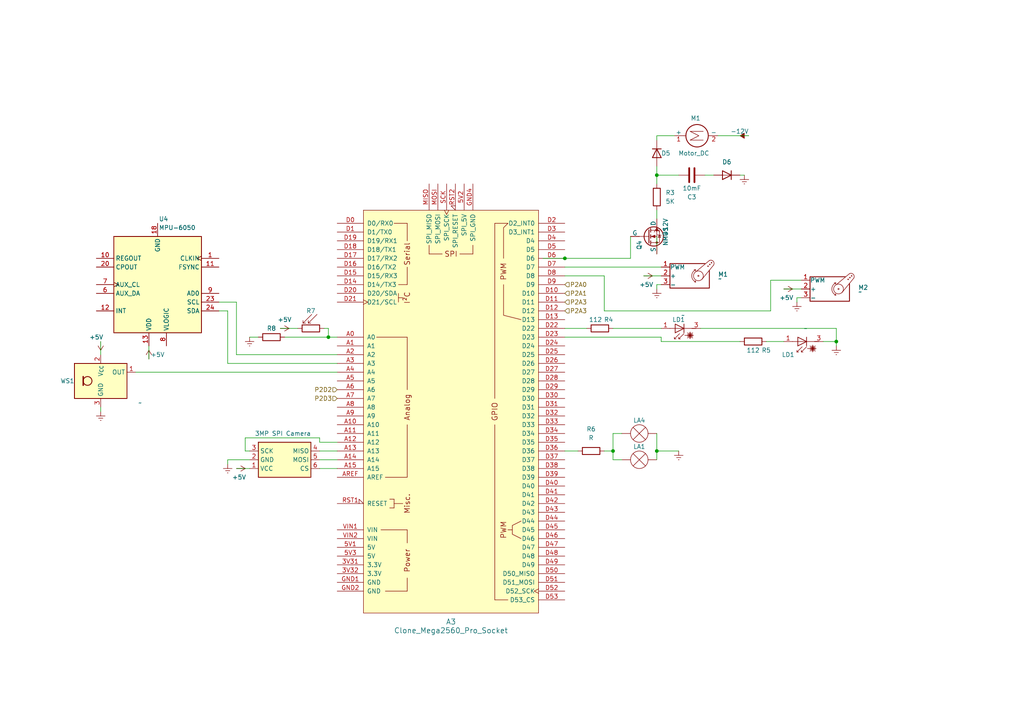
<source format=kicad_sch>
(kicad_sch (version 20230121) (generator eeschema)
  (paper "A4")
  (lib_symbols
    (symbol "Device:C" (pin_numbers hide) (pin_names (offset 0.254))
      (property "Reference" "C" (at 0.635 2.54 0))
      (property "Value" "C" (at 0.635 -2.54 0))
      (symbol "C_0_1"
        (polyline (pts (xy -2.032 -0.762) (xy 2.032 -0.762)) (stroke (width 0.508)))
        (polyline (pts (xy -2.032 0.762) (xy 2.032 0.762)) (stroke (width 0.508)))
      )
      (symbol "C_1_1"
        (pin passive line (at 0 3.81 270) (length 2.794) (name "~") (number "1"))
        (pin passive line (at 0 -3.81 90) (length 2.794) (name "~") (number "2"))
      )
    )
    (symbol "Device:D" (pin_numbers hide) (pin_names (offset 1.016) hide)
      (property "Reference" "D" (at 0 2.54 0))
      (property "Value" "D" (at 0 -2.54 0))
      (symbol "D_0_1"
        (polyline (pts (xy -1.27 1.27) (xy -1.27 -1.27)) (stroke (width 0.254)))
        (polyline (pts (xy 1.27 0) (xy -1.27 0)))
        (polyline (pts (xy 1.27 1.27) (xy 1.27 -1.27) (xy -1.27 0) (xy 1.27 1.27)) (stroke (width 0.254)))
      )
      (symbol "D_1_1"
        (pin passive line (at -3.81 0 0) (length 2.54) (name "K") (number "1"))
        (pin passive line (at 3.81 0 180) (length 2.54) (name "A") (number "2"))
      )
    )
    (symbol "Device:D_Laser_1A3C" (pin_names (offset 1.016) hide)
      (property "Reference" "LD1" (at -1.27 -6.35 0))
      (property "Value" "D_Laser_1A3C" (at -1.27 -3.81 0))
      (symbol "D_Laser_1A3C_0_1"
        (polyline (pts (xy -4.064 1.27) (xy -2.54 2.794)))
        (polyline (pts (xy -4.064 1.778) (xy -2.54 2.286)))
        (polyline (pts (xy -4.064 2.286) (xy -2.54 1.778)))
        (polyline (pts (xy -4.064 2.794) (xy -2.54 1.27)))
        (polyline (pts (xy -3.556 2.794) (xy -3.048 1.27)))
        (polyline (pts (xy -3.302 2.032) (xy -3.302 1.016)))
        (polyline (pts (xy -3.302 2.032) (xy -3.302 3.048)))
        (polyline (pts (xy -3.048 2.794) (xy -3.556 1.27)))
        (polyline (pts (xy -1.778 2.032) (xy -4.318 2.032)))
        (polyline (pts (xy -1.524 1.27) (xy -1.524 -1.27)) (stroke (width 0.2032)))
        (polyline (pts (xy 1.27 3.048) (xy 0.762 3.048)))
        (polyline (pts (xy 2.54 0) (xy -5.08 0)))
        (polyline (pts (xy -0.254 1.524) (xy 1.27 3.048) (xy 1.27 2.54)))
        (polyline (pts (xy 1.016 1.27) (xy 1.016 -1.27) (xy -1.524 0) (xy 1.016 1.27)) (stroke (width 0.2032)))
        (polyline (pts (xy -1.524 1.524) (xy 0 3.048) (xy 0 2.54) (xy 0 3.048) (xy -0.508 3.048)))
      )
      (symbol "D_Laser_1A3C_1_1"
        (pin passive line (at 5.08 0 180) (length 2.54) (name "A") (number "1"))
        (pin passive line (at -6.35 0 0) (length 2.54) (name "K") (number "3"))
      )
    )
    (symbol "Device:Lamp" (pin_numbers hide) (pin_names (offset 0.0254) hide)
      (property "Reference" "LA" (at 0.635 3.81 0))
      (property "Value" "Lamp" (at 0.635 -3.81 0))
      (symbol "Lamp_0_1"
        (polyline (pts (xy -1.778 1.778) (xy 1.778 -1.778)))
        (polyline (pts (xy 1.778 1.778) (xy -1.778 -1.778)))
        (circle (center 0 0) (radius 2.54))
      )
      (symbol "Lamp_1_1"
        (pin passive line (at 0 -5.08 90) (length 2.54) (name "-") (number "1"))
        (pin passive line (at 0 5.08 270) (length 2.54) (name "+") (number "2"))
      )
    )
    (symbol "Device:R" (pin_numbers hide) (pin_names (offset 0))
      (property "Reference" "R" (at 2.032 0 90))
      (property "Value" "R" (at 0 0 90))
      (symbol "R_0_1"
        (rectangle (start -1.016 -2.54) (end 1.016 2.54) (stroke (width 0.254)))
      )
      (symbol "R_1_1"
        (pin passive line (at 0 3.81 270) (length 1.27) (name "~") (number "1"))
        (pin passive line (at 0 -3.81 90) (length 1.27) (name "~") (number "2"))
      )
    )
    (symbol "Device:R_Photo" (pin_numbers hide) (pin_names (offset 0))
      (property "Reference" "R" (at 1.27 1.27 0))
      (property "Value" "R_Photo" (at 1.27 0 0))
      (symbol "R_Photo_0_1"
        (rectangle (start -1.016 2.54) (end 1.016 -2.54) (stroke (width 0.254)))
        (polyline (pts (xy -1.524 -2.286) (xy -4.064 0.254)))
        (polyline (pts (xy -1.524 -2.286) (xy -2.286 -2.286)))
        (polyline (pts (xy -1.524 -2.286) (xy -1.524 -1.524)))
        (polyline (pts (xy -1.524 -0.762) (xy -4.064 1.778)))
        (polyline (pts (xy -1.524 -0.762) (xy -2.286 -0.762)))
        (polyline (pts (xy -1.524 -0.762) (xy -1.524 0)))
      )
      (symbol "R_Photo_1_1"
        (pin passive line (at 0 3.81 270) (length 1.27) (name "~") (number "1"))
        (pin passive line (at 0 -3.81 90) (length 1.27) (name "~") (number "2"))
      )
    )
    (symbol "IM73A135V01_1"
      (property "Reference" "WS" (at 5.08 6.35 0))
      (symbol "IM73A135V01_1_1_1"
        (rectangle (start -7.62 5.08) (end 7.62 -5.08) (stroke (width 0.254)) (fill (type background)))
        (circle (center -3.81 0) (radius 1.27) (stroke (width 0.254)))
        (polyline (pts (xy -5.08 1.27) (xy -5.08 -1.27)) (stroke (width 0.381)))
        (pin output line (at 10.16 2.54 180) (length 2.54) (name "OUT") (number "1"))
        (pin power_in line (at 0 7.62 270) (length 2.54) (name "V_{CC}") (number "2"))
        (pin power_in line (at 0 -7.62 90) (length 2.54) (name "GND") (number "3"))
        (pin passive line (at 0 -7.62 90) (length 2.54) hide (name "GND") (number "4"))
      )
    )
    (symbol "Motor:Motor_DC" (pin_names (offset 0))
      (property "Reference" "M" (at 2.54 2.54 0))
      (property "Value" "Motor_DC" (at 2.54 -5.08 0))
      (symbol "Motor_DC_0_0"
        (polyline (pts (xy -1.27 -3.302) (xy -1.27 0.508) (xy 0 -2.032) (xy 1.27 0.508) (xy 1.27 -3.302)))
      )
      (symbol "Motor_DC_0_1"
        (circle (center 0 -1.524) (radius 3.2512) (stroke (width 0.254)))
        (polyline (pts (xy 0 -7.62) (xy 0 -7.112)))
        (polyline (pts (xy 0 -4.7752) (xy 0 -5.1816)))
        (polyline (pts (xy 0 1.7272) (xy 0 2.0828)))
        (polyline (pts (xy 0 2.032) (xy 0 2.54)))
      )
      (symbol "Motor_DC_1_1"
        (pin passive line (at 0 5.08 270) (length 2.54) (name "+") (number "1"))
        (pin passive line (at 0 -7.62 90) (length 2.54) (name "-") (number "2"))
      )
    )
    (symbol "Motor:Motor_Servo" (pin_names (offset 0.0254))
      (property "Reference" "M" (at -5.08 4.445 0))
      (property "Value" "Motor_Servo" (at -5.08 -4.064 0))
      (symbol "Motor_Servo_0_1"
        (polyline (pts (xy 2.413 -1.778) (xy 2.032 -1.778)))
        (polyline (pts (xy 2.413 -1.778) (xy 2.286 -1.397)))
        (polyline (pts (xy 2.413 1.778) (xy 1.905 1.778)))
        (polyline (pts (xy 2.413 1.778) (xy 2.286 1.397)))
        (polyline (pts (xy 6.35 4.445) (xy 2.54 1.27)))
        (polyline (pts (xy 7.62 3.175) (xy 4.191 -1.016)))
        (polyline (pts (xy 5.08 3.556) (xy -5.08 3.556) (xy -5.08 -3.556) (xy 6.35 -3.556) (xy 6.35 1.524)) (stroke (width 0.254)))
        (arc (start 2.413 1.778) (mid 1.2406 0) (end 2.413 -1.778))
        (circle (center 3.175 0) (radius 0.1778))
        (circle (center 3.175 0) (radius 1.4224))
        (circle (center 5.969 2.794) (radius 0.127))
        (circle (center 6.477 3.302) (radius 0.127))
        (circle (center 6.985 3.81) (radius 0.127))
        (arc (start 7.62 3.175) (mid 7.4485 4.2735) (end 6.35 4.445))
      )
      (symbol "Motor_Servo_1_1"
        (pin passive line (at -7.62 2.54 0) (length 2.54) (name "PWM") (number "1"))
        (pin passive line (at -7.62 0 0) (length 2.54) (name "+") (number "2"))
        (pin passive line (at -7.62 -2.54 0) (length 2.54) (name "-") (number "3"))
      )
    )
    (symbol "PCM_arduino-library:Clone_Mega2560_Pro_Socket" (pin_names (offset 1.016))
      (property "Reference" "A" (at 0 -62.23 0))
      (property "Value" "Clone_Mega2560_Pro_Socket" (at 0 -66.04 0))
      (symbol "Clone_Mega2560_Pro_Socket_0_0"
        (rectangle (start -25.4 -58.42) (end 25.4 58.42) (fill (type background)))
        (rectangle (start -20.32 -34.29) (end -12.7 -34.29))
        (rectangle (start -19.05 -52.07) (end -12.7 -52.07))
        (rectangle (start -19.05 -19.05) (end -12.7 -19.05))
        (rectangle (start -17.78 -27.94) (end -16.51 -27.94))
        (rectangle (start -17.78 -25.4) (end -16.51 -25.4))
        (rectangle (start -16.51 -26.67) (end -13.97 -26.67))
        (rectangle (start -16.51 -25.4) (end -16.51 -27.94))
        (rectangle (start -16.51 54.61) (end -12.7 54.61))
        (rectangle (start -15.24 33.02) (end -13.97 33.02))
        (rectangle (start -15.24 34.29) (end -15.24 31.75))
        (rectangle (start -15.24 36.83) (end -12.7 36.83))
        (rectangle (start -12.7 -48.26) (end -12.7 -52.07))
        (rectangle (start -12.7 -34.29) (end -12.7 -38.1))
        (rectangle (start -12.7 41.91) (end -12.7 36.83))
        (rectangle (start -12.7 49.53) (end -12.7 54.61))
        (rectangle (start -6.35 48.26) (end -6.35 45.72))
        (rectangle (start -2.54 45.72) (end -6.35 45.72))
        (polyline (pts (xy -21.59 21.59) (xy -12.7 21.59)))
        (polyline (pts (xy -12.7 -19.05) (xy -12.7 -3.81)))
        (polyline (pts (xy -12.7 6.35) (xy -12.7 21.59)))
        (polyline (pts (xy 12.7 -54.61) (xy 16.51 -54.61)))
        (polyline (pts (xy 12.7 54.61) (xy 16.51 54.61)))
        (polyline (pts (xy 17.78 -34.29) (xy 16.51 -34.29)))
        (polyline (pts (xy 15.24 36.83) (xy 15.24 27.94) (xy 20.32 26.67)))
        (polyline (pts (xy 15.24 44.45) (xy 15.24 53.34) (xy 16.51 54.61)))
        (polyline (pts (xy 20.32 -31.75) (xy 17.78 -33.02) (xy 17.78 -35.56) (xy 20.32 -36.83)))
        (rectangle (start 6.35 45.72) (end 2.54 45.72))
        (rectangle (start 6.35 48.26) (end 6.35 45.72))
        (text "Analog" (at -12.7 1.27 900) (effects (font (size 1.524 1.524))))
        (text "I²C" (at -12.7 33.02 900) (effects (font (size 1.524 1.524))))
        (text "Misc." (at -12.7 -26.67 900) (effects (font (size 1.524 1.524))))
        (text "Power" (at -12.7 -43.18 900) (effects (font (size 1.524 1.524))))
        (text "PWM" (at 15.24 -34.29 900) (effects (font (size 1.524 1.524))))
        (text "PWM" (at 15.24 40.64 900) (effects (font (size 1.524 1.524))))
        (text "Serial" (at -12.7 45.72 900) (effects (font (size 1.524 1.524))))
        (text "SPI" (at 0 45.72 0) (effects (font (size 1.524 1.524))))
      )
      (symbol "Clone_Mega2560_Pro_Socket_1_0"
        (rectangle (start 12.7 -54.61) (end 12.7 -3.81))
        (rectangle (start 12.7 54.61) (end 12.7 3.81))
        (text "GPIO" (at 12.7 0 900) (effects (font (size 1.524 1.524))))
      )
      (symbol "Clone_Mega2560_Pro_Socket_1_1"
        (pin power_out line (at -33.02 -44.45 0) (length 7.62) (name "3.3V") (number "3V31"))
        (pin power_out line (at -33.02 -46.99 0) (length 7.62) (name "3.3V") (number "3V32"))
        (pin power_in line (at -33.02 -39.37 0) (length 7.62) (name "5V") (number "5V1"))
        (pin power_in line (at 3.81 66.04 270) (length 7.62) (name "SPI_5V") (number "5V2"))
        (pin power_in line (at -33.02 -41.91 0) (length 7.62) (name "5V") (number "5V3"))
        (pin bidirectional line (at -33.02 21.59 0) (length 7.62) (name "A0") (number "A0"))
        (pin bidirectional line (at -33.02 19.05 0) (length 7.62) (name "A1") (number "A1"))
        (pin bidirectional line (at -33.02 -3.81 0) (length 7.62) (name "A10") (number "A10"))
        (pin bidirectional line (at -33.02 -6.35 0) (length 7.62) (name "A11") (number "A11"))
        (pin bidirectional line (at -33.02 -8.89 0) (length 7.62) (name "A12") (number "A12"))
        (pin bidirectional line (at -33.02 -11.43 0) (length 7.62) (name "A13") (number "A13"))
        (pin bidirectional line (at -33.02 -13.97 0) (length 7.62) (name "A14") (number "A14"))
        (pin bidirectional line (at -33.02 -16.51 0) (length 7.62) (name "A15") (number "A15"))
        (pin bidirectional line (at -33.02 16.51 0) (length 7.62) (name "A2") (number "A2"))
        (pin bidirectional line (at -33.02 13.97 0) (length 7.62) (name "A3") (number "A3"))
        (pin bidirectional line (at -33.02 11.43 0) (length 7.62) (name "A4") (number "A4"))
        (pin bidirectional line (at -33.02 8.89 0) (length 7.62) (name "A5") (number "A5"))
        (pin bidirectional line (at -33.02 6.35 0) (length 7.62) (name "A6") (number "A6"))
        (pin bidirectional line (at -33.02 3.81 0) (length 7.62) (name "A7") (number "A7"))
        (pin bidirectional line (at -33.02 1.27 0) (length 7.62) (name "A8") (number "A8"))
        (pin bidirectional line (at -33.02 -1.27 0) (length 7.62) (name "A9") (number "A9"))
        (pin input line (at -33.02 -19.05 0) (length 7.62) (name "AREF") (number "AREF"))
        (pin bidirectional line (at -33.02 54.61 0) (length 7.62) (name "D0/RX0") (number "D0"))
        (pin bidirectional line (at -33.02 52.07 0) (length 7.62) (name "D1/TX0") (number "D1"))
        (pin bidirectional line (at 33.02 34.29 180) (length 7.62) (name "D10") (number "D10"))
        (pin bidirectional line (at 33.02 31.75 180) (length 7.62) (name "D11") (number "D11"))
        (pin bidirectional line (at 33.02 29.21 180) (length 7.62) (name "D12") (number "D12"))
        (pin bidirectional line (at 33.02 26.67 180) (length 7.62) (name "D13") (number "D13"))
        (pin bidirectional line (at -33.02 36.83 0) (length 7.62) (name "D14/TX3") (number "D14"))
        (pin bidirectional line (at -33.02 39.37 0) (length 7.62) (name "D15/RX3") (number "D15"))
        (pin bidirectional line (at -33.02 41.91 0) (length 7.62) (name "D16/TX2") (number "D16"))
        (pin bidirectional line (at -33.02 44.45 0) (length 7.62) (name "D17/RX2") (number "D17"))
        (pin bidirectional line (at -33.02 46.99 0) (length 7.62) (name "D18/TX1") (number "D18"))
        (pin bidirectional line (at -33.02 49.53 0) (length 7.62) (name "D19/RX1") (number "D19"))
        (pin bidirectional line (at 33.02 54.61 180) (length 7.62) (name "D2_INT0") (number "D2"))
        (pin bidirectional line (at -33.02 34.29 0) (length 7.62) (name "D20/SDA") (number "D20"))
        (pin bidirectional clock (at -33.02 31.75 0) (length 7.62) (name "D21/SCL") (number "D21"))
        (pin bidirectional line (at 33.02 24.13 180) (length 7.62) (name "D22") (number "D22"))
        (pin bidirectional line (at 33.02 21.59 180) (length 7.62) (name "D23") (number "D23"))
        (pin bidirectional line (at 33.02 19.05 180) (length 7.62) (name "D24") (number "D24"))
        (pin bidirectional line (at 33.02 16.51 180) (length 7.62) (name "D25") (number "D25"))
        (pin bidirectional line (at 33.02 13.97 180) (length 7.62) (name "D26") (number "D26"))
        (pin bidirectional line (at 33.02 11.43 180) (length 7.62) (name "D27") (number "D27"))
        (pin bidirectional line (at 33.02 8.89 180) (length 7.62) (name "D28") (number "D28"))
        (pin bidirectional line (at 33.02 6.35 180) (length 7.62) (name "D29") (number "D29"))
        (pin bidirectional line (at 33.02 52.07 180) (length 7.62) (name "D3_INT1") (number "D3"))
        (pin bidirectional line (at 33.02 3.81 180) (length 7.62) (name "D30") (number "D30"))
        (pin bidirectional line (at 33.02 1.27 180) (length 7.62) (name "D31") (number "D31"))
        (pin bidirectional line (at 33.02 -1.27 180) (length 7.62) (name "D32") (number "D32"))
        (pin bidirectional line (at 33.02 -3.81 180) (length 7.62) (name "D33") (number "D33"))
        (pin bidirectional line (at 33.02 -6.35 180) (length 7.62) (name "D34") (number "D34"))
        (pin bidirectional line (at 33.02 -8.89 180) (length 7.62) (name "D35") (number "D35"))
        (pin bidirectional line (at 33.02 -11.43 180) (length 7.62) (name "D36") (number "D36"))
        (pin bidirectional line (at 33.02 -13.97 180) (length 7.62) (name "D37") (number "D37"))
        (pin bidirectional line (at 33.02 -16.51 180) (length 7.62) (name "D38") (number "D38"))
        (pin bidirectional line (at 33.02 -19.05 180) (length 7.62) (name "D39") (number "D39"))
        (pin bidirectional line (at 33.02 49.53 180) (length 7.62) (name "D4") (number "D4"))
        (pin bidirectional line (at 33.02 -21.59 180) (length 7.62) (name "D40") (number "D40"))
        (pin bidirectional line (at 33.02 -24.13 180) (length 7.62) (name "D41") (number "D41"))
        (pin bidirectional line (at 33.02 -26.67 180) (length 7.62) (name "D42") (number "D42"))
        (pin bidirectional line (at 33.02 -29.21 180) (length 7.62) (name "D43") (number "D43"))
        (pin bidirectional line (at 33.02 -31.75 180) (length 7.62) (name "D44") (number "D44"))
        (pin bidirectional line (at 33.02 -34.29 180) (length 7.62) (name "D45") (number "D45"))
        (pin bidirectional line (at 33.02 -36.83 180) (length 7.62) (name "D46") (number "D46"))
        (pin bidirectional line (at 33.02 -39.37 180) (length 7.62) (name "D47") (number "D47"))
        (pin bidirectional line (at 33.02 -41.91 180) (length 7.62) (name "D48") (number "D48"))
        (pin bidirectional line (at 33.02 -44.45 180) (length 7.62) (name "D49") (number "D49"))
        (pin bidirectional line (at 33.02 46.99 180) (length 7.62) (name "D5") (number "D5"))
        (pin bidirectional line (at 33.02 -46.99 180) (length 7.62) (name "D50_MISO") (number "D50"))
        (pin bidirectional line (at 33.02 -49.53 180) (length 7.62) (name "D51_MOSI") (number "D51"))
        (pin bidirectional clock (at 33.02 -52.07 180) (length 7.62) (name "D52_SCK") (number "D52"))
        (pin bidirectional line (at 33.02 -54.61 180) (length 7.62) (name "D53_CS") (number "D53"))
        (pin bidirectional line (at 33.02 44.45 180) (length 7.62) (name "D6") (number "D6"))
        (pin bidirectional line (at 33.02 41.91 180) (length 7.62) (name "D7") (number "D7"))
        (pin bidirectional line (at 33.02 39.37 180) (length 7.62) (name "D8") (number "D8"))
        (pin bidirectional line (at 33.02 36.83 180) (length 7.62) (name "D9") (number "D9"))
        (pin power_in line (at -33.02 -49.53 0) (length 7.62) (name "GND") (number "GND1"))
        (pin power_in line (at -33.02 -52.07 0) (length 7.62) (name "GND") (number "GND2"))
        (pin power_in line (at 6.35 66.04 270) (length 7.62) (name "SPI_GND") (number "GND4"))
        (pin input line (at -6.35 66.04 270) (length 7.62) (name "SPI_MISO") (number "MISO"))
        (pin output line (at -3.81 66.04 270) (length 7.62) (name "SPI_MOSI") (number "MOSI"))
        (pin open_collector input_low (at -33.02 -26.67 0) (length 7.62) (name "RESET") (number "RST1"))
        (pin open_collector input_low (at 1.27 66.04 270) (length 7.62) (name "SPI_RESET") (number "RST2"))
        (pin output clock (at -1.27 66.04 270) (length 7.62) (name "SPI_SCK") (number "SCK"))
        (pin power_in line (at -33.02 -34.29 0) (length 7.62) (name "VIN") (number "VIN1"))
        (pin power_in line (at -33.02 -36.83 0) (length 7.62) (name "VIN") (number "VIN2"))
      )
    )
    (symbol "Sensor:3MP_SPI_Camera"
      (property "Reference" "U1" (at 0 10.16 0))
      (property "Value" "3MP SPI Camera " (at 0 7.62 0))
      (symbol "3MP_SPI_Camera_0_1"
        (rectangle (start -7.62 5.08) (end 7.62 -5.08) (stroke (width 0.254)) (fill (type background)))
      )
      (symbol "3MP_SPI_Camera_1_1"
        (pin power_in line (at 10.16 2.54 180) (length 2.54) (name "VCC") (number "1"))
        (pin power_in line (at 10.16 0 180) (length 2.54) (name "GND") (number "2"))
        (pin open_collector line (at 10.16 -2.54 180) (length 2.54) (name "SCK") (number "3"))
        (pin input line (at -10.16 -2.54 0) (length 2.54) (name "MISO") (number "4"))
        (pin power_in line (at -10.16 0 0) (length 2.54) (name "MOSI") (number "5"))
        (pin power_in line (at -10.16 2.54 0) (length 2.54) (name "CS") (number "6"))
      )
    )
    (symbol "Sensor_Motion:MPU-6050"
      (property "Reference" "U" (at -11.43 13.97 0))
      (property "Value" "MPU-6050" (at 7.62 -15.24 0))
      (symbol "MPU-6050_0_0"
        (text "" (at 12.7 -2.54 0) (effects (font (size 1.27 1.27))))
      )
      (symbol "MPU-6050_0_1"
        (rectangle (start -12.7 13.97) (end 12.7 -13.97) (stroke (width 0.254)) (fill (type background)))
      )
      (symbol "MPU-6050_1_1"
        (pin input clock (at -17.78 -7.62 0) (length 5.08) (name "CLKIN") (number "1"))
        (pin passive line (at 17.78 -7.62 180) (length 5.08) (name "REGOUT") (number "10"))
        (pin input line (at -17.78 -5.08 0) (length 5.08) (name "FSYNC") (number "11"))
        (pin output line (at 17.78 7.62 180) (length 5.08) (name "INT") (number "12"))
        (pin power_in line (at 2.54 17.78 270) (length 3.81) (name "VDD") (number "13"))
        (pin no_connect line (at -12.7 -10.16 0) (length 2.54) hide (name "NC") (number "14"))
        (pin no_connect line (at 12.7 12.7 180) (length 2.54) hide (name "NC") (number "15"))
        (pin no_connect line (at 12.7 10.16 180) (length 2.54) hide (name "NC") (number "16"))
        (pin no_connect line (at 12.7 5.08 180) (length 2.54) hide (name "NC") (number "17"))
        (pin power_in line (at 0 -17.78 90) (length 3.81) (name "GND") (number "18"))
        (pin no_connect line (at 12.7 -10.16 180) (length 2.54) hide (name "RESV") (number "19"))
        (pin no_connect line (at -12.7 12.7 0) (length 2.54) hide (name "NC") (number "2"))
        (pin passive line (at 17.78 -5.08 180) (length 5.08) (name "CPOUT") (number "20"))
        (pin no_connect line (at 12.7 -2.54 180) (length 2.54) hide (name "RESV") (number "21"))
        (pin no_connect line (at 12.7 -12.7 180) (length 2.54) hide (name "RESV") (number "22"))
        (pin input line (at -17.78 5.08 0) (length 5.08) (name "SCL") (number "23"))
        (pin bidirectional line (at -17.78 7.62 0) (length 5.08) (name "SDA") (number "24"))
        (pin no_connect line (at -12.7 10.16 0) (length 2.54) hide (name "NC") (number "3"))
        (pin no_connect line (at -12.7 0 0) (length 2.54) hide (name "NC") (number "4"))
        (pin no_connect line (at -12.7 -2.54 0) (length 2.54) hide (name "NC") (number "5"))
        (pin bidirectional line (at 17.78 2.54 180) (length 5.08) (name "AUX_DA") (number "6"))
        (pin output clock (at 17.78 0 180) (length 5.08) (name "AUX_CL") (number "7"))
        (pin power_in line (at -2.54 17.78 270) (length 3.81) (name "VLOGIC") (number "8"))
        (pin input line (at -17.78 2.54 0) (length 5.08) (name "AD0") (number "9"))
      )
    )
    (symbol "Simulation_SPICE:NMOS" (pin_numbers hide) (pin_names (offset 0))
      (property "Reference" "Q" (at 5.08 1.27 0))
      (property "Value" "NMOS" (at 5.08 -1.27 0))
      (symbol "NMOS_0_1"
        (polyline (pts (xy 0.254 0) (xy -2.54 0)))
        (polyline (pts (xy 0.254 1.905) (xy 0.254 -1.905)) (stroke (width 0.254)))
        (polyline (pts (xy 0.762 -1.27) (xy 0.762 -2.286)) (stroke (width 0.254)))
        (polyline (pts (xy 0.762 0.508) (xy 0.762 -0.508)) (stroke (width 0.254)))
        (polyline (pts (xy 0.762 2.286) (xy 0.762 1.27)) (stroke (width 0.254)))
        (polyline (pts (xy 2.54 2.54) (xy 2.54 1.778)))
        (polyline (pts (xy 2.54 -2.54) (xy 2.54 0) (xy 0.762 0)))
        (polyline (pts (xy 0.762 -1.778) (xy 3.302 -1.778) (xy 3.302 1.778) (xy 0.762 1.778)))
        (polyline (pts (xy 1.016 0) (xy 2.032 0.381) (xy 2.032 -0.381) (xy 1.016 0)) (fill (type outline)))
        (polyline (pts (xy 2.794 0.508) (xy 2.921 0.381) (xy 3.683 0.381) (xy 3.81 0.254)))
        (polyline (pts (xy 3.302 0.381) (xy 2.921 -0.254) (xy 3.683 -0.254) (xy 3.302 0.381)))
        (circle (center 1.651 0) (radius 2.794) (stroke (width 0.254)))
        (circle (center 2.54 -1.778) (radius 0.254) (fill (type outline)))
        (circle (center 2.54 1.778) (radius 0.254) (fill (type outline)))
      )
      (symbol "NMOS_1_1"
        (pin passive line (at 2.54 5.08 270) (length 2.54) (name "D") (number "1"))
        (pin input line (at -5.08 0 0) (length 2.54) (name "G") (number "2"))
        (pin passive line (at 2.54 -5.08 90) (length 2.54) (name "S") (number "3"))
      )
    )
    (symbol "power:+12V" (power) (pin_names (offset 0))
      (property "Value" "+12V" (at 0 3.556 0))
      (symbol "+12V_0_1"
        (polyline (pts (xy -0.762 1.27) (xy 0 2.54)))
        (polyline (pts (xy 0 0) (xy 0 2.54)))
        (polyline (pts (xy 0 2.54) (xy 0.762 1.27)))
      )
      (symbol "+12V_1_1"
        (pin power_in line (at 0 0 90) (length 0) hide (name "+12V") (number "1"))
      )
    )
    (symbol "power:+5V" (power) (pin_names (offset 0))
      (property "Value" "+5V" (at 0 3.556 0))
      (symbol "+5V_0_1"
        (polyline (pts (xy -0.762 1.27) (xy 0 2.54)))
        (polyline (pts (xy 0 0) (xy 0 2.54)))
        (polyline (pts (xy 0 2.54) (xy 0.762 1.27)))
      )
      (symbol "+5V_1_1"
        (pin power_in line (at 0 0 90) (length 0) hide (name "+5V") (number "1"))
      )
    )
    (symbol "power:-12V" (power) (pin_names (offset 0))
      (property "Value" "-12V" (at 0 3.81 0))
      (symbol "-12V_0_0"
        (pin power_in line (at 0 0 90) (length 0) hide (name "-12V") (number "1"))
      )
      (symbol "-12V_0_1"
        (polyline (pts (xy 0 0) (xy 0 1.27) (xy 0.762 1.27) (xy 0 2.54) (xy -0.762 1.27) (xy 0 1.27)) (fill (type outline)))
      )
    )
    (symbol "power:Earth" (power) (pin_names (offset 0))
      (symbol "Earth_0_1"
        (polyline (pts (xy -0.635 -1.905) (xy 0.635 -1.905)))
        (polyline (pts (xy -0.127 -2.54) (xy 0.127 -2.54)))
        (polyline (pts (xy 0 -1.27) (xy 0 0)))
        (polyline (pts (xy 1.27 -1.27) (xy -1.27 -1.27)))
      )
      (symbol "Earth_1_1"
        (pin power_in line (at 0 0 270) (length 0) hide (name "Earth") (number "1"))
      )
    )
  )
  (junction (at 163.83 74.93))
  (junction (at 95.25 97.79))
  (junction (at 177.8 130.81))
  (junction (at 190.5 50.8))
  (junction (at 190.5 130.81))
  (junction (at 242.57 99.06))
  (wire (pts (xy 177.8 130.81) (xy 175.26 130.81)))
  (wire (pts (xy 190.5 130.81) (xy 196.85 130.81)))
  (wire (pts (xy 68.58 87.63) (xy 63.5 87.63)))
  (wire (pts (xy 190.5 130.81) (xy 190.5 133.35)))
  (wire (pts (xy 157.48 74.93) (xy 163.83 74.93)))
  (wire (pts (xy 92.71 130.81) (xy 97.79 130.81)))
  (wire (pts (xy 72.39 97.79) (xy 74.93 97.79)))
  (wire (pts (xy 231.14 87.63) (xy 231.14 86.36)))
  (wire (pts (xy 223.52 81.28) (xy 223.52 90.17)))
  (wire (pts (xy 95.25 95.25) (xy 95.25 97.79)))
  (wire (pts (xy 191.77 99.06) (xy 214.63 99.06)))
  (wire (pts (xy 29.21 118.11) (xy 29.21 119.38)))
  (wire (pts (xy 66.04 105.41) (xy 97.79 105.41)))
  (wire (pts (xy 190.5 53.34) (xy 190.5 50.8)))
  (wire (pts (xy 190.5 50.8) (xy 190.5 48.26)))
  (wire (pts (xy 238.76 99.06) (xy 242.57 99.06)))
  (wire (pts (xy 177.8 125.73) (xy 177.8 130.81)))
  (wire (pts (xy 68.58 102.87) (xy 97.79 102.87)))
  (wire (pts (xy 227.33 83.82) (xy 232.41 83.82)))
  (wire (pts (xy 71.12 127) (xy 92.71 127)))
  (wire (pts (xy 190.5 39.37) (xy 195.58 39.37)))
  (wire (pts (xy 190.5 60.96) (xy 190.5 63.5)))
  (wire (pts (xy 66.04 133.35) (xy 72.39 133.35)))
  (wire (pts (xy 186.69 80.01) (xy 191.77 80.01)))
  (wire (pts (xy 163.83 77.47) (xy 191.77 77.47)))
  (wire (pts (xy 95.25 97.79) (xy 97.79 97.79)))
  (wire (pts (xy 191.77 99.06) (xy 191.77 97.79)))
  (wire (pts (xy 190.5 40.64) (xy 190.5 39.37)))
  (wire (pts (xy 92.71 135.89) (xy 97.79 135.89)))
  (wire (pts (xy 92.71 128.27) (xy 97.79 128.27)))
  (wire (pts (xy 29.21 99.06) (xy 29.21 102.87)))
  (wire (pts (xy 82.55 97.79) (xy 95.25 97.79)))
  (wire (pts (xy 214.63 50.8) (xy 215.9 50.8)))
  (wire (pts (xy 177.8 133.35) (xy 177.8 130.81)))
  (wire (pts (xy 191.77 97.79) (xy 163.83 97.79)))
  (wire (pts (xy 177.8 95.25) (xy 191.77 95.25)))
  (wire (pts (xy 66.04 134.62) (xy 66.04 133.35)))
  (wire (pts (xy 163.83 95.25) (xy 170.18 95.25)))
  (wire (pts (xy 163.83 130.81) (xy 167.64 130.81)))
  (wire (pts (xy 190.5 82.55) (xy 191.77 82.55)))
  (wire (pts (xy 66.04 90.17) (xy 63.5 90.17)))
  (wire (pts (xy 92.71 127) (xy 92.71 128.27)))
  (wire (pts (xy 203.2 95.25) (xy 242.57 95.25)))
  (wire (pts (xy 163.83 74.93) (xy 182.88 74.93)))
  (wire (pts (xy 242.57 100.33) (xy 242.57 99.06)))
  (wire (pts (xy 93.98 95.25) (xy 95.25 95.25)))
  (wire (pts (xy 180.34 133.35) (xy 177.8 133.35)))
  (wire (pts (xy 43.18 100.33) (xy 43.18 104.14)))
  (wire (pts (xy 223.52 90.17) (xy 175.26 90.17)))
  (wire (pts (xy 180.34 125.73) (xy 177.8 125.73)))
  (wire (pts (xy 190.5 83.82) (xy 190.5 82.55)))
  (wire (pts (xy 68.58 135.89) (xy 72.39 135.89)))
  (wire (pts (xy 175.26 90.17) (xy 175.26 80.01)))
  (wire (pts (xy 242.57 95.25) (xy 242.57 99.06)))
  (wire (pts (xy 190.5 73.66) (xy 190.5 68.58)))
  (wire (pts (xy 231.14 86.36) (xy 232.41 86.36)))
  (wire (pts (xy 175.26 80.01) (xy 163.83 80.01)))
  (wire (pts (xy 222.25 99.06) (xy 227.33 99.06)))
  (wire (pts (xy 81.28 95.25) (xy 86.36 95.25)))
  (wire (pts (xy 190.5 50.8) (xy 196.85 50.8)))
  (wire (pts (xy 223.52 81.28) (xy 232.41 81.28)))
  (wire (pts (xy 92.71 133.35) (xy 97.79 133.35)))
  (wire (pts (xy 66.04 90.17) (xy 66.04 105.41)))
  (wire (pts (xy 39.37 107.95) (xy 97.79 107.95)))
  (wire (pts (xy 68.58 87.63) (xy 68.58 102.87)))
  (wire (pts (xy 208.28 39.37) (xy 217.17 39.37)))
  (wire (pts (xy 182.88 68.58) (xy 182.88 74.93)))
  (wire (pts (xy 71.12 130.81) (xy 71.12 127)))
  (wire (pts (xy 190.5 125.73) (xy 190.5 130.81)))
  (wire (pts (xy 72.39 130.81) (xy 71.12 130.81)))
  (wire (pts (xy 207.01 50.8) (xy 204.47 50.8)))
  (hierarchical_label "P2A1" (shape input) (at 163.83 85.09 0))
  (hierarchical_label "P2D2" (shape input) (at 97.79 113.03 180))
  (hierarchical_label "P2D3" (shape input) (at 97.79 115.57 180))
  (hierarchical_label "P2A0" (shape input) (at 163.83 82.55 0))
  (hierarchical_label "P2A3" (shape input) (at 163.83 90.17 0))
  (hierarchical_label "P2A3" (shape input) (at 163.83 87.63 0))
  (symbol (lib_id "Device:R") (at 171.45 130.81 90) (unit 1)
    (property "Reference" "R6" (at 171.45 124.46 90))
    (property "Value" "R" (at 171.45 127 90))
  )
  (symbol (lib_id "power:+5V") (at 81.28 95.25 270) (unit 1)
    (property "Reference" "#PWR015" (effects hide))
    (property "Value" "+5V" (at 82.55 92.71 90))
  )
  (symbol (lib_id "Device:R_Photo") (at 90.17 95.25 270) (unit 1)
    (property "Reference" "R7" (at 90.17 90.17 90))
    (property "Value" "R_Photo" (effects hide))
  )
  (symbol (lib_id "power:+5V") (at 68.58 135.89 270) (unit 1)
    (property "Reference" "#PWR019" (effects hide))
    (property "Value" "+5V" (at 67.31 138.43 90) (effects (justify left)))
  )
  (symbol (lib_id "power:+12V") (at 190.5 68.58 0) (unit 1)
    (property "Reference" "#PWR06" (effects hide))
    (property "Value" "+12V" (at 193.04 68.58 90) (effects (justify left)))
  )
  (symbol (lib_id "power:Earth") (at 66.04 134.62 0) (unit 1)
    (property "Reference" "#PWR020" (effects hide))
    (property "Value" "Earth" (effects hide))
  )
  (symbol (lib_id "Device:R") (at 173.99 95.25 90) (unit 1)
    (property "Reference" "R4" (at 176.53 92.71 90))
    (property "Value" "112" (at 172.72 92.71 90))
  )
  (symbol (lib_id "power:Earth") (at 72.39 97.79 0) (unit 1)
    (property "Reference" "#PWR016" (effects hide))
    (property "Value" "Earth" (effects hide))
  )
  (symbol (lib_id "Device:R") (at 78.74 97.79 90) (unit 1)
    (property "Reference" "R8" (at 78.74 95.25 90))
    (property "Value" "R" (effects hide))
  )
  (symbol (lib_id "power:-12V") (at 217.17 39.37 90) (unit 1)
    (property "Reference" "#PWR08" (effects hide))
    (property "Value" "-12V" (at 217.17 38.1 90) (effects (justify left)))
  )
  (symbol (lib_id "Sensor_Motion:MPU-6050") (at 45.72 82.55 180) (unit 1)
    (property "Reference" "U4" (at 46.0659 63.5 0) (effects (justify right)))
    (property "Value" "MPU-6050" (at 46.0659 66.04 0) (effects (justify right)))
    (property "Footprint" "Sensor_Motion:InvenSense_QFN-24_4x4mm_P0.5mm" (effects hide))
    (property "Datasheet" "https://invensense.tdk.com/wp-content/uploads/2015/02/MPU-6000-Datasheet1.pdf" (effects hide))
  )
  (symbol (lib_id "Device:D") (at 210.82 50.8 180) (unit 1)
    (property "Reference" "D6" (at 210.82 46.99 0))
    (property "Value" "D" (effects hide))
    (property "Sim.Device" "D" (effects hide))
    (property "Sim.Pins" "1=K 2=A" (effects hide))
  )
  (symbol (lib_id "power:+5V") (at 29.21 99.06 180) (unit 1)
    (property "Reference" "#PWR022" (effects hide))
    (property "Value" "+5V" (at 27.94 97.79 0))
  )
  (symbol (lib_id "PCM_arduino-library:Clone_Mega2560_Pro_Socket") (at 130.81 119.38 0) (unit 1)
    (property "Reference" "A3" (at 130.81 180.34 0) (effects (font (size 1.524 1.524))))
    (property "Value" "Clone_Mega2560_Pro_Socket" (at 130.81 182.88 0) (effects (font (size 1.524 1.524))))
    (property "Footprint" "PCM_arduino-library:Clone_Mega2560_Pro_Socket" (effects hide))
    (property "Datasheet" "https://www.pcboard.ca/mega-2560-pro" (effects hide))
  )
  (symbol (lib_name "IM73A135V01_1") (lib_id "Sensor_Audio:IM73A135V01") (at 29.21 110.49 0) (unit 1)
    (property "Reference" "WS1" (at 21.59 110.49 0) (effects (justify right)))
    (property "Value" "~" (at 40.64 116.84 0))
    (property "Footprint" "Sensor_Audio:Infineon_PG-LLGA-5-2" (effects hide))
    (property "Datasheet" "https://www.infineon.com/dgdl/Infineon-IM73A135-DataSheet-v01_00-EN.pdf?fileId=8ac78c8c7f2a768a017fadec36b84500" (effects hide))
  )
  (symbol (lib_id "power:+5V") (at 227.33 83.82 270) (unit 1)
    (property "Reference" "#PWR012" (effects hide))
    (property "Value" "+5V" (at 226.06 86.36 90) (effects (justify left)))
  )
  (symbol (lib_id "Motor:Motor_Servo") (at 199.39 80.01 0) (unit 1)
    (property "Reference" "M1" (at 208.28 79.5766 0) (effects (justify left)))
    (property "Value" "~" (at 208.28 80.8466 0) (effects (justify left)))
    (property "Datasheet" "http://forums.parallax.com/uploads/attachments/46831/74481.png" (effects hide))
  )
  (symbol (lib_id "Simulation_SPICE:NMOS") (at 187.96 68.58 0) (unit 1)
    (property "Reference" "Q4" (at 185.42 71.12 90))
    (property "Value" "NMOS" (at 193.04 68.58 90))
    (property "Datasheet" "https://ngspice.sourceforge.io/docs/ngspice-manual.pdf" (effects hide))
    (property "Sim.Device" "NMOS" (effects hide))
    (property "Sim.Type" "VDMOS" (effects hide))
    (property "Sim.Pins" "1=D 2=G 3=S" (effects hide))
    (instances (project "submarine" (path "" (reference "Q4") (unit 1)) (path "" (reference "Q5") (unit 1))))
  )
  (symbol (lib_id "Device:D_Laser_1A3C") (at 232.41 99.06 180) (unit 1)
    (property "Reference" "LD1" (at 228.6 102.87 0))
    (property "Value" "~" (at 233.68 95.25 0))
    (instances (project "submarine" (path "" (reference "LD1") (unit 1)) (path "" (reference "LD2") (unit 1))))
  )
  (symbol (lib_id "Device:D") (at 190.5 44.45 270) (unit 1)
    (property "Reference" "D5" (at 191.77 44.45 90) (effects (justify left)))
    (property "Value" "D" (effects hide))
    (property "Sim.Device" "D" (effects hide))
    (property "Sim.Pins" "1=K 2=A" (effects hide))
  )
  (symbol (lib_id "power:+5V") (at 186.69 80.01 270) (unit 1)
    (property "Reference" "#PWR011" (effects hide))
    (property "Value" "+5V" (at 185.42 82.55 90) (effects (justify left)))
  )
  (symbol (lib_id "Device:R") (at 218.44 99.06 90) (unit 1)
    (property "Reference" "R5" (at 222.25 101.6 90))
    (property "Value" "112" (at 218.44 101.6 90))
  )
  (symbol (lib_id "Device:Lamp") (at 185.42 125.73 270) (unit 1)
    (property "Reference" "LA4" (at 185.42 121.92 90))
    (property "Value" "Lamp" (effects hide))
  )
  (symbol (lib_id "power:+5V") (at 43.18 104.14 0) (unit 1)
    (property "Reference" "#PWR023" (effects hide))
    (property "Value" "+5V" (at 45.72 102.87 0))
  )
  (symbol (lib_id "Sensor:3MP_SPI_Camera") (at 82.55 133.35 180) (unit 1)
    (property "Reference" "U2" (effects hide))
    (property "Value" "3MP SPI Camera " (at 82.55 125.73 0))
    (property "Footprint" "Package_TO_SOT_SMD:SOT-353_SC-70-5" (effects hide))
    (property "Datasheet" "https://www.onsemi.com/pub/Collateral/FPF2001-D.pdf" (effects hide))
    (instances (project "submarine" (path "" (reference "U2") (unit 1)) (path "" (reference "U3") (unit 1))))
  )
  (symbol (lib_id "Motor:Motor_DC") (at 200.66 39.37 90) (unit 1)
    (property "Reference" "M1" (at 203.2 34.29 90) (effects (justify left)))
    (property "Value" "Motor_DC" (at 205.74 44.45 90) (effects (justify left)))
    (instances (project "submarine" (path "" (reference "M1") (unit 1)) (path "" (reference "M2") (unit 1))))
  )
  (symbol (lib_id "power:Earth") (at 215.9 50.8 0) (unit 1)
    (property "Reference" "#PWR07" (effects hide))
    (property "Value" "Earth" (effects hide))
  )
  (symbol (lib_id "power:Earth") (at 196.85 130.81 0) (unit 1)
    (property "Reference" "#PWR013" (effects hide))
    (property "Value" "Earth" (effects hide))
  )
  (symbol (lib_id "Motor:Motor_Servo") (at 240.03 83.82 0) (unit 1)
    (property "Reference" "M2" (at 248.92 83.3866 0) (effects (justify left)))
    (property "Value" "~" (at 248.92 84.6566 0) (effects (justify left)))
    (property "Datasheet" "http://forums.parallax.com/uploads/attachments/46831/74481.png" (effects hide))
  )
  (symbol (lib_id "Device:D_Laser_1A3C") (at 196.85 95.25 180) (unit 1)
    (property "Reference" "LD1" (at 196.85 92.71 0))
    (property "Value" "~" (at 198.12 91.44 0))
  )
  (symbol (lib_id "power:Earth") (at 242.57 100.33 0) (unit 1)
    (property "Reference" "#PWR014" (effects hide))
    (property "Value" "Earth" (effects hide))
  )
  (symbol (lib_id "power:Earth") (at 29.21 119.38 0) (unit 1)
    (property "Reference" "#PWR024" (effects hide))
    (property "Value" "Earth" (effects hide))
  )
  (symbol (lib_id "power:Earth") (at 190.5 83.82 0) (unit 1)
    (property "Reference" "#PWR09" (effects hide))
    (property "Value" "Earth" (effects hide))
  )
  (symbol (lib_id "Device:C") (at 200.66 50.8 90) (unit 1)
    (property "Reference" "C3" (at 200.66 57.15 90))
    (property "Value" "10mF" (at 200.66 54.61 90))
  )
  (symbol (lib_id "Device:Lamp") (at 185.42 133.35 270) (unit 1)
    (property "Reference" "LA1" (at 185.42 129.54 90))
    (property "Value" "Lamp" (effects hide))
  )
  (symbol (lib_id "Device:R") (at 190.5 57.15 0) (unit 1)
    (property "Reference" "R3" (at 193.04 55.88 0) (effects (justify left)))
    (property "Value" "5K" (at 193.04 58.42 0) (effects (justify left)))
  )
  (symbol (lib_id "power:Earth") (at 231.14 87.63 0) (unit 1)
    (property "Reference" "#PWR010" (effects hide))
    (property "Value" "Earth" (effects hide))
  )
)
</source>
